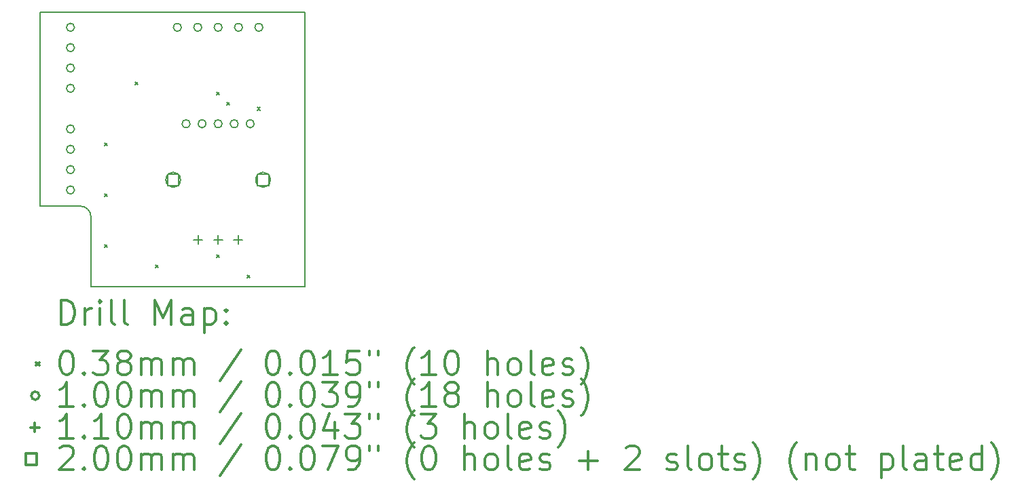
<source format=gbr>
%FSLAX45Y45*%
G04 Gerber Fmt 4.5, Leading zero omitted, Abs format (unit mm)*
G04 Created by KiCad (PCBNEW 4.0.7) date Sunday, December 31, 2017 'PMt' 04:59:53 PM*
%MOMM*%
%LPD*%
G01*
G04 APERTURE LIST*
%ADD10C,0.127000*%
%ADD11C,0.150000*%
%ADD12C,0.200000*%
%ADD13C,0.300000*%
G04 APERTURE END LIST*
D10*
D11*
X11620500Y-7886700D02*
G75*
G03X11493500Y-7759700I-127000J0D01*
G01*
X11620500Y-7886700D02*
X11620500Y-8763000D01*
X10985500Y-7759700D02*
X11493500Y-7759700D01*
X10985500Y-7759700D02*
X10985500Y-5334000D01*
X14287500Y-8763000D02*
X11620500Y-8763000D01*
X14287500Y-5334000D02*
X14287500Y-8763000D01*
X10985500Y-5334000D02*
X14287500Y-5334000D01*
D12*
X11791950Y-6965950D02*
X11830050Y-7004050D01*
X11830050Y-6965950D02*
X11791950Y-7004050D01*
X11791950Y-7600950D02*
X11830050Y-7639050D01*
X11830050Y-7600950D02*
X11791950Y-7639050D01*
X11791950Y-8235950D02*
X11830050Y-8274050D01*
X11830050Y-8235950D02*
X11791950Y-8274050D01*
X12172950Y-6203950D02*
X12211050Y-6242050D01*
X12211050Y-6203950D02*
X12172950Y-6242050D01*
X12426950Y-8489950D02*
X12465050Y-8528050D01*
X12465050Y-8489950D02*
X12426950Y-8528050D01*
X13188950Y-6330950D02*
X13227050Y-6369050D01*
X13227050Y-6330950D02*
X13188950Y-6369050D01*
X13188950Y-8362950D02*
X13227050Y-8401050D01*
X13227050Y-8362950D02*
X13188950Y-8401050D01*
X13315950Y-6457950D02*
X13354050Y-6496050D01*
X13354050Y-6457950D02*
X13315950Y-6496050D01*
X13569950Y-8616950D02*
X13608050Y-8655050D01*
X13608050Y-8616950D02*
X13569950Y-8655050D01*
X13696950Y-6521450D02*
X13735050Y-6559550D01*
X13735050Y-6521450D02*
X13696950Y-6559550D01*
X11416500Y-5524500D02*
G75*
G03X11416500Y-5524500I-50000J0D01*
G01*
X11416500Y-5778500D02*
G75*
G03X11416500Y-5778500I-50000J0D01*
G01*
X11416500Y-6032500D02*
G75*
G03X11416500Y-6032500I-50000J0D01*
G01*
X11416500Y-6286500D02*
G75*
G03X11416500Y-6286500I-50000J0D01*
G01*
X11416500Y-6794500D02*
G75*
G03X11416500Y-6794500I-50000J0D01*
G01*
X11416500Y-7048500D02*
G75*
G03X11416500Y-7048500I-50000J0D01*
G01*
X11416500Y-7302500D02*
G75*
G03X11416500Y-7302500I-50000J0D01*
G01*
X11416500Y-7556500D02*
G75*
G03X11416500Y-7556500I-50000J0D01*
G01*
X12750000Y-5524500D02*
G75*
G03X12750000Y-5524500I-50000J0D01*
G01*
X12858000Y-6729500D02*
G75*
G03X12858000Y-6729500I-50000J0D01*
G01*
X13004000Y-5524500D02*
G75*
G03X13004000Y-5524500I-50000J0D01*
G01*
X13058000Y-6729500D02*
G75*
G03X13058000Y-6729500I-50000J0D01*
G01*
X13258000Y-5524500D02*
G75*
G03X13258000Y-5524500I-50000J0D01*
G01*
X13258000Y-6729500D02*
G75*
G03X13258000Y-6729500I-50000J0D01*
G01*
X13458000Y-6729500D02*
G75*
G03X13458000Y-6729500I-50000J0D01*
G01*
X13512000Y-5524500D02*
G75*
G03X13512000Y-5524500I-50000J0D01*
G01*
X13658000Y-6729500D02*
G75*
G03X13658000Y-6729500I-50000J0D01*
G01*
X13766000Y-5524500D02*
G75*
G03X13766000Y-5524500I-50000J0D01*
G01*
X12958000Y-8124500D02*
X12958000Y-8234500D01*
X12903000Y-8179500D02*
X13013000Y-8179500D01*
X13208000Y-8124500D02*
X13208000Y-8234500D01*
X13153000Y-8179500D02*
X13263000Y-8179500D01*
X13458000Y-8124500D02*
X13458000Y-8234500D01*
X13403000Y-8179500D02*
X13513000Y-8179500D01*
X12718711Y-7500211D02*
X12718711Y-7358789D01*
X12577289Y-7358789D01*
X12577289Y-7500211D01*
X12718711Y-7500211D01*
X12558000Y-7424500D02*
X12558000Y-7434500D01*
X12738000Y-7424500D02*
X12738000Y-7434500D01*
X12558000Y-7434500D02*
G75*
G03X12738000Y-7434500I90000J0D01*
G01*
X12738000Y-7424500D02*
G75*
G03X12558000Y-7424500I-90000J0D01*
G01*
X13838711Y-7500211D02*
X13838711Y-7358789D01*
X13697289Y-7358789D01*
X13697289Y-7500211D01*
X13838711Y-7500211D01*
X13678000Y-7424500D02*
X13678000Y-7434500D01*
X13858000Y-7424500D02*
X13858000Y-7434500D01*
X13678000Y-7434500D02*
G75*
G03X13858000Y-7434500I90000J0D01*
G01*
X13858000Y-7424500D02*
G75*
G03X13678000Y-7424500I-90000J0D01*
G01*
D13*
X11249428Y-9236214D02*
X11249428Y-8936214D01*
X11320857Y-8936214D01*
X11363714Y-8950500D01*
X11392286Y-8979072D01*
X11406571Y-9007643D01*
X11420857Y-9064786D01*
X11420857Y-9107643D01*
X11406571Y-9164786D01*
X11392286Y-9193357D01*
X11363714Y-9221929D01*
X11320857Y-9236214D01*
X11249428Y-9236214D01*
X11549428Y-9236214D02*
X11549428Y-9036214D01*
X11549428Y-9093357D02*
X11563714Y-9064786D01*
X11578000Y-9050500D01*
X11606571Y-9036214D01*
X11635143Y-9036214D01*
X11735143Y-9236214D02*
X11735143Y-9036214D01*
X11735143Y-8936214D02*
X11720857Y-8950500D01*
X11735143Y-8964786D01*
X11749428Y-8950500D01*
X11735143Y-8936214D01*
X11735143Y-8964786D01*
X11920857Y-9236214D02*
X11892286Y-9221929D01*
X11878000Y-9193357D01*
X11878000Y-8936214D01*
X12078000Y-9236214D02*
X12049428Y-9221929D01*
X12035143Y-9193357D01*
X12035143Y-8936214D01*
X12420857Y-9236214D02*
X12420857Y-8936214D01*
X12520857Y-9150500D01*
X12620857Y-8936214D01*
X12620857Y-9236214D01*
X12892286Y-9236214D02*
X12892286Y-9079072D01*
X12878000Y-9050500D01*
X12849428Y-9036214D01*
X12792286Y-9036214D01*
X12763714Y-9050500D01*
X12892286Y-9221929D02*
X12863714Y-9236214D01*
X12792286Y-9236214D01*
X12763714Y-9221929D01*
X12749428Y-9193357D01*
X12749428Y-9164786D01*
X12763714Y-9136214D01*
X12792286Y-9121929D01*
X12863714Y-9121929D01*
X12892286Y-9107643D01*
X13035143Y-9036214D02*
X13035143Y-9336214D01*
X13035143Y-9050500D02*
X13063714Y-9036214D01*
X13120857Y-9036214D01*
X13149428Y-9050500D01*
X13163714Y-9064786D01*
X13178000Y-9093357D01*
X13178000Y-9179072D01*
X13163714Y-9207643D01*
X13149428Y-9221929D01*
X13120857Y-9236214D01*
X13063714Y-9236214D01*
X13035143Y-9221929D01*
X13306571Y-9207643D02*
X13320857Y-9221929D01*
X13306571Y-9236214D01*
X13292286Y-9221929D01*
X13306571Y-9207643D01*
X13306571Y-9236214D01*
X13306571Y-9050500D02*
X13320857Y-9064786D01*
X13306571Y-9079072D01*
X13292286Y-9064786D01*
X13306571Y-9050500D01*
X13306571Y-9079072D01*
X10939900Y-9711450D02*
X10978000Y-9749550D01*
X10978000Y-9711450D02*
X10939900Y-9749550D01*
X11306571Y-9566214D02*
X11335143Y-9566214D01*
X11363714Y-9580500D01*
X11378000Y-9594786D01*
X11392286Y-9623357D01*
X11406571Y-9680500D01*
X11406571Y-9751929D01*
X11392286Y-9809072D01*
X11378000Y-9837643D01*
X11363714Y-9851929D01*
X11335143Y-9866214D01*
X11306571Y-9866214D01*
X11278000Y-9851929D01*
X11263714Y-9837643D01*
X11249428Y-9809072D01*
X11235143Y-9751929D01*
X11235143Y-9680500D01*
X11249428Y-9623357D01*
X11263714Y-9594786D01*
X11278000Y-9580500D01*
X11306571Y-9566214D01*
X11535143Y-9837643D02*
X11549428Y-9851929D01*
X11535143Y-9866214D01*
X11520857Y-9851929D01*
X11535143Y-9837643D01*
X11535143Y-9866214D01*
X11649428Y-9566214D02*
X11835143Y-9566214D01*
X11735143Y-9680500D01*
X11778000Y-9680500D01*
X11806571Y-9694786D01*
X11820857Y-9709072D01*
X11835143Y-9737643D01*
X11835143Y-9809072D01*
X11820857Y-9837643D01*
X11806571Y-9851929D01*
X11778000Y-9866214D01*
X11692286Y-9866214D01*
X11663714Y-9851929D01*
X11649428Y-9837643D01*
X12006571Y-9694786D02*
X11978000Y-9680500D01*
X11963714Y-9666214D01*
X11949428Y-9637643D01*
X11949428Y-9623357D01*
X11963714Y-9594786D01*
X11978000Y-9580500D01*
X12006571Y-9566214D01*
X12063714Y-9566214D01*
X12092286Y-9580500D01*
X12106571Y-9594786D01*
X12120857Y-9623357D01*
X12120857Y-9637643D01*
X12106571Y-9666214D01*
X12092286Y-9680500D01*
X12063714Y-9694786D01*
X12006571Y-9694786D01*
X11978000Y-9709072D01*
X11963714Y-9723357D01*
X11949428Y-9751929D01*
X11949428Y-9809072D01*
X11963714Y-9837643D01*
X11978000Y-9851929D01*
X12006571Y-9866214D01*
X12063714Y-9866214D01*
X12092286Y-9851929D01*
X12106571Y-9837643D01*
X12120857Y-9809072D01*
X12120857Y-9751929D01*
X12106571Y-9723357D01*
X12092286Y-9709072D01*
X12063714Y-9694786D01*
X12249428Y-9866214D02*
X12249428Y-9666214D01*
X12249428Y-9694786D02*
X12263714Y-9680500D01*
X12292286Y-9666214D01*
X12335143Y-9666214D01*
X12363714Y-9680500D01*
X12378000Y-9709072D01*
X12378000Y-9866214D01*
X12378000Y-9709072D02*
X12392286Y-9680500D01*
X12420857Y-9666214D01*
X12463714Y-9666214D01*
X12492286Y-9680500D01*
X12506571Y-9709072D01*
X12506571Y-9866214D01*
X12649428Y-9866214D02*
X12649428Y-9666214D01*
X12649428Y-9694786D02*
X12663714Y-9680500D01*
X12692286Y-9666214D01*
X12735143Y-9666214D01*
X12763714Y-9680500D01*
X12778000Y-9709072D01*
X12778000Y-9866214D01*
X12778000Y-9709072D02*
X12792286Y-9680500D01*
X12820857Y-9666214D01*
X12863714Y-9666214D01*
X12892286Y-9680500D01*
X12906571Y-9709072D01*
X12906571Y-9866214D01*
X13492286Y-9551929D02*
X13235143Y-9937643D01*
X13878000Y-9566214D02*
X13906571Y-9566214D01*
X13935143Y-9580500D01*
X13949428Y-9594786D01*
X13963714Y-9623357D01*
X13978000Y-9680500D01*
X13978000Y-9751929D01*
X13963714Y-9809072D01*
X13949428Y-9837643D01*
X13935143Y-9851929D01*
X13906571Y-9866214D01*
X13878000Y-9866214D01*
X13849428Y-9851929D01*
X13835143Y-9837643D01*
X13820857Y-9809072D01*
X13806571Y-9751929D01*
X13806571Y-9680500D01*
X13820857Y-9623357D01*
X13835143Y-9594786D01*
X13849428Y-9580500D01*
X13878000Y-9566214D01*
X14106571Y-9837643D02*
X14120857Y-9851929D01*
X14106571Y-9866214D01*
X14092286Y-9851929D01*
X14106571Y-9837643D01*
X14106571Y-9866214D01*
X14306571Y-9566214D02*
X14335143Y-9566214D01*
X14363714Y-9580500D01*
X14378000Y-9594786D01*
X14392285Y-9623357D01*
X14406571Y-9680500D01*
X14406571Y-9751929D01*
X14392285Y-9809072D01*
X14378000Y-9837643D01*
X14363714Y-9851929D01*
X14335143Y-9866214D01*
X14306571Y-9866214D01*
X14278000Y-9851929D01*
X14263714Y-9837643D01*
X14249428Y-9809072D01*
X14235143Y-9751929D01*
X14235143Y-9680500D01*
X14249428Y-9623357D01*
X14263714Y-9594786D01*
X14278000Y-9580500D01*
X14306571Y-9566214D01*
X14692285Y-9866214D02*
X14520857Y-9866214D01*
X14606571Y-9866214D02*
X14606571Y-9566214D01*
X14578000Y-9609072D01*
X14549428Y-9637643D01*
X14520857Y-9651929D01*
X14963714Y-9566214D02*
X14820857Y-9566214D01*
X14806571Y-9709072D01*
X14820857Y-9694786D01*
X14849428Y-9680500D01*
X14920857Y-9680500D01*
X14949428Y-9694786D01*
X14963714Y-9709072D01*
X14978000Y-9737643D01*
X14978000Y-9809072D01*
X14963714Y-9837643D01*
X14949428Y-9851929D01*
X14920857Y-9866214D01*
X14849428Y-9866214D01*
X14820857Y-9851929D01*
X14806571Y-9837643D01*
X15092286Y-9566214D02*
X15092286Y-9623357D01*
X15206571Y-9566214D02*
X15206571Y-9623357D01*
X15649428Y-9980500D02*
X15635143Y-9966214D01*
X15606571Y-9923357D01*
X15592285Y-9894786D01*
X15578000Y-9851929D01*
X15563714Y-9780500D01*
X15563714Y-9723357D01*
X15578000Y-9651929D01*
X15592285Y-9609072D01*
X15606571Y-9580500D01*
X15635143Y-9537643D01*
X15649428Y-9523357D01*
X15920857Y-9866214D02*
X15749428Y-9866214D01*
X15835143Y-9866214D02*
X15835143Y-9566214D01*
X15806571Y-9609072D01*
X15778000Y-9637643D01*
X15749428Y-9651929D01*
X16106571Y-9566214D02*
X16135143Y-9566214D01*
X16163714Y-9580500D01*
X16178000Y-9594786D01*
X16192285Y-9623357D01*
X16206571Y-9680500D01*
X16206571Y-9751929D01*
X16192285Y-9809072D01*
X16178000Y-9837643D01*
X16163714Y-9851929D01*
X16135143Y-9866214D01*
X16106571Y-9866214D01*
X16078000Y-9851929D01*
X16063714Y-9837643D01*
X16049428Y-9809072D01*
X16035143Y-9751929D01*
X16035143Y-9680500D01*
X16049428Y-9623357D01*
X16063714Y-9594786D01*
X16078000Y-9580500D01*
X16106571Y-9566214D01*
X16563714Y-9866214D02*
X16563714Y-9566214D01*
X16692285Y-9866214D02*
X16692285Y-9709072D01*
X16678000Y-9680500D01*
X16649428Y-9666214D01*
X16606571Y-9666214D01*
X16578000Y-9680500D01*
X16563714Y-9694786D01*
X16878000Y-9866214D02*
X16849428Y-9851929D01*
X16835143Y-9837643D01*
X16820857Y-9809072D01*
X16820857Y-9723357D01*
X16835143Y-9694786D01*
X16849428Y-9680500D01*
X16878000Y-9666214D01*
X16920857Y-9666214D01*
X16949428Y-9680500D01*
X16963714Y-9694786D01*
X16978000Y-9723357D01*
X16978000Y-9809072D01*
X16963714Y-9837643D01*
X16949428Y-9851929D01*
X16920857Y-9866214D01*
X16878000Y-9866214D01*
X17149428Y-9866214D02*
X17120857Y-9851929D01*
X17106571Y-9823357D01*
X17106571Y-9566214D01*
X17378000Y-9851929D02*
X17349429Y-9866214D01*
X17292286Y-9866214D01*
X17263714Y-9851929D01*
X17249429Y-9823357D01*
X17249429Y-9709072D01*
X17263714Y-9680500D01*
X17292286Y-9666214D01*
X17349429Y-9666214D01*
X17378000Y-9680500D01*
X17392286Y-9709072D01*
X17392286Y-9737643D01*
X17249429Y-9766214D01*
X17506571Y-9851929D02*
X17535143Y-9866214D01*
X17592286Y-9866214D01*
X17620857Y-9851929D01*
X17635143Y-9823357D01*
X17635143Y-9809072D01*
X17620857Y-9780500D01*
X17592286Y-9766214D01*
X17549429Y-9766214D01*
X17520857Y-9751929D01*
X17506571Y-9723357D01*
X17506571Y-9709072D01*
X17520857Y-9680500D01*
X17549429Y-9666214D01*
X17592286Y-9666214D01*
X17620857Y-9680500D01*
X17735143Y-9980500D02*
X17749429Y-9966214D01*
X17778000Y-9923357D01*
X17792286Y-9894786D01*
X17806571Y-9851929D01*
X17820857Y-9780500D01*
X17820857Y-9723357D01*
X17806571Y-9651929D01*
X17792286Y-9609072D01*
X17778000Y-9580500D01*
X17749429Y-9537643D01*
X17735143Y-9523357D01*
X10978000Y-10126500D02*
G75*
G03X10978000Y-10126500I-50000J0D01*
G01*
X11406571Y-10262214D02*
X11235143Y-10262214D01*
X11320857Y-10262214D02*
X11320857Y-9962214D01*
X11292286Y-10005072D01*
X11263714Y-10033643D01*
X11235143Y-10047929D01*
X11535143Y-10233643D02*
X11549428Y-10247929D01*
X11535143Y-10262214D01*
X11520857Y-10247929D01*
X11535143Y-10233643D01*
X11535143Y-10262214D01*
X11735143Y-9962214D02*
X11763714Y-9962214D01*
X11792286Y-9976500D01*
X11806571Y-9990786D01*
X11820857Y-10019357D01*
X11835143Y-10076500D01*
X11835143Y-10147929D01*
X11820857Y-10205072D01*
X11806571Y-10233643D01*
X11792286Y-10247929D01*
X11763714Y-10262214D01*
X11735143Y-10262214D01*
X11706571Y-10247929D01*
X11692286Y-10233643D01*
X11678000Y-10205072D01*
X11663714Y-10147929D01*
X11663714Y-10076500D01*
X11678000Y-10019357D01*
X11692286Y-9990786D01*
X11706571Y-9976500D01*
X11735143Y-9962214D01*
X12020857Y-9962214D02*
X12049428Y-9962214D01*
X12078000Y-9976500D01*
X12092286Y-9990786D01*
X12106571Y-10019357D01*
X12120857Y-10076500D01*
X12120857Y-10147929D01*
X12106571Y-10205072D01*
X12092286Y-10233643D01*
X12078000Y-10247929D01*
X12049428Y-10262214D01*
X12020857Y-10262214D01*
X11992286Y-10247929D01*
X11978000Y-10233643D01*
X11963714Y-10205072D01*
X11949428Y-10147929D01*
X11949428Y-10076500D01*
X11963714Y-10019357D01*
X11978000Y-9990786D01*
X11992286Y-9976500D01*
X12020857Y-9962214D01*
X12249428Y-10262214D02*
X12249428Y-10062214D01*
X12249428Y-10090786D02*
X12263714Y-10076500D01*
X12292286Y-10062214D01*
X12335143Y-10062214D01*
X12363714Y-10076500D01*
X12378000Y-10105072D01*
X12378000Y-10262214D01*
X12378000Y-10105072D02*
X12392286Y-10076500D01*
X12420857Y-10062214D01*
X12463714Y-10062214D01*
X12492286Y-10076500D01*
X12506571Y-10105072D01*
X12506571Y-10262214D01*
X12649428Y-10262214D02*
X12649428Y-10062214D01*
X12649428Y-10090786D02*
X12663714Y-10076500D01*
X12692286Y-10062214D01*
X12735143Y-10062214D01*
X12763714Y-10076500D01*
X12778000Y-10105072D01*
X12778000Y-10262214D01*
X12778000Y-10105072D02*
X12792286Y-10076500D01*
X12820857Y-10062214D01*
X12863714Y-10062214D01*
X12892286Y-10076500D01*
X12906571Y-10105072D01*
X12906571Y-10262214D01*
X13492286Y-9947929D02*
X13235143Y-10333643D01*
X13878000Y-9962214D02*
X13906571Y-9962214D01*
X13935143Y-9976500D01*
X13949428Y-9990786D01*
X13963714Y-10019357D01*
X13978000Y-10076500D01*
X13978000Y-10147929D01*
X13963714Y-10205072D01*
X13949428Y-10233643D01*
X13935143Y-10247929D01*
X13906571Y-10262214D01*
X13878000Y-10262214D01*
X13849428Y-10247929D01*
X13835143Y-10233643D01*
X13820857Y-10205072D01*
X13806571Y-10147929D01*
X13806571Y-10076500D01*
X13820857Y-10019357D01*
X13835143Y-9990786D01*
X13849428Y-9976500D01*
X13878000Y-9962214D01*
X14106571Y-10233643D02*
X14120857Y-10247929D01*
X14106571Y-10262214D01*
X14092286Y-10247929D01*
X14106571Y-10233643D01*
X14106571Y-10262214D01*
X14306571Y-9962214D02*
X14335143Y-9962214D01*
X14363714Y-9976500D01*
X14378000Y-9990786D01*
X14392285Y-10019357D01*
X14406571Y-10076500D01*
X14406571Y-10147929D01*
X14392285Y-10205072D01*
X14378000Y-10233643D01*
X14363714Y-10247929D01*
X14335143Y-10262214D01*
X14306571Y-10262214D01*
X14278000Y-10247929D01*
X14263714Y-10233643D01*
X14249428Y-10205072D01*
X14235143Y-10147929D01*
X14235143Y-10076500D01*
X14249428Y-10019357D01*
X14263714Y-9990786D01*
X14278000Y-9976500D01*
X14306571Y-9962214D01*
X14506571Y-9962214D02*
X14692285Y-9962214D01*
X14592285Y-10076500D01*
X14635143Y-10076500D01*
X14663714Y-10090786D01*
X14678000Y-10105072D01*
X14692285Y-10133643D01*
X14692285Y-10205072D01*
X14678000Y-10233643D01*
X14663714Y-10247929D01*
X14635143Y-10262214D01*
X14549428Y-10262214D01*
X14520857Y-10247929D01*
X14506571Y-10233643D01*
X14835143Y-10262214D02*
X14892285Y-10262214D01*
X14920857Y-10247929D01*
X14935143Y-10233643D01*
X14963714Y-10190786D01*
X14978000Y-10133643D01*
X14978000Y-10019357D01*
X14963714Y-9990786D01*
X14949428Y-9976500D01*
X14920857Y-9962214D01*
X14863714Y-9962214D01*
X14835143Y-9976500D01*
X14820857Y-9990786D01*
X14806571Y-10019357D01*
X14806571Y-10090786D01*
X14820857Y-10119357D01*
X14835143Y-10133643D01*
X14863714Y-10147929D01*
X14920857Y-10147929D01*
X14949428Y-10133643D01*
X14963714Y-10119357D01*
X14978000Y-10090786D01*
X15092286Y-9962214D02*
X15092286Y-10019357D01*
X15206571Y-9962214D02*
X15206571Y-10019357D01*
X15649428Y-10376500D02*
X15635143Y-10362214D01*
X15606571Y-10319357D01*
X15592285Y-10290786D01*
X15578000Y-10247929D01*
X15563714Y-10176500D01*
X15563714Y-10119357D01*
X15578000Y-10047929D01*
X15592285Y-10005072D01*
X15606571Y-9976500D01*
X15635143Y-9933643D01*
X15649428Y-9919357D01*
X15920857Y-10262214D02*
X15749428Y-10262214D01*
X15835143Y-10262214D02*
X15835143Y-9962214D01*
X15806571Y-10005072D01*
X15778000Y-10033643D01*
X15749428Y-10047929D01*
X16092285Y-10090786D02*
X16063714Y-10076500D01*
X16049428Y-10062214D01*
X16035143Y-10033643D01*
X16035143Y-10019357D01*
X16049428Y-9990786D01*
X16063714Y-9976500D01*
X16092285Y-9962214D01*
X16149428Y-9962214D01*
X16178000Y-9976500D01*
X16192285Y-9990786D01*
X16206571Y-10019357D01*
X16206571Y-10033643D01*
X16192285Y-10062214D01*
X16178000Y-10076500D01*
X16149428Y-10090786D01*
X16092285Y-10090786D01*
X16063714Y-10105072D01*
X16049428Y-10119357D01*
X16035143Y-10147929D01*
X16035143Y-10205072D01*
X16049428Y-10233643D01*
X16063714Y-10247929D01*
X16092285Y-10262214D01*
X16149428Y-10262214D01*
X16178000Y-10247929D01*
X16192285Y-10233643D01*
X16206571Y-10205072D01*
X16206571Y-10147929D01*
X16192285Y-10119357D01*
X16178000Y-10105072D01*
X16149428Y-10090786D01*
X16563714Y-10262214D02*
X16563714Y-9962214D01*
X16692285Y-10262214D02*
X16692285Y-10105072D01*
X16678000Y-10076500D01*
X16649428Y-10062214D01*
X16606571Y-10062214D01*
X16578000Y-10076500D01*
X16563714Y-10090786D01*
X16878000Y-10262214D02*
X16849428Y-10247929D01*
X16835143Y-10233643D01*
X16820857Y-10205072D01*
X16820857Y-10119357D01*
X16835143Y-10090786D01*
X16849428Y-10076500D01*
X16878000Y-10062214D01*
X16920857Y-10062214D01*
X16949428Y-10076500D01*
X16963714Y-10090786D01*
X16978000Y-10119357D01*
X16978000Y-10205072D01*
X16963714Y-10233643D01*
X16949428Y-10247929D01*
X16920857Y-10262214D01*
X16878000Y-10262214D01*
X17149428Y-10262214D02*
X17120857Y-10247929D01*
X17106571Y-10219357D01*
X17106571Y-9962214D01*
X17378000Y-10247929D02*
X17349429Y-10262214D01*
X17292286Y-10262214D01*
X17263714Y-10247929D01*
X17249429Y-10219357D01*
X17249429Y-10105072D01*
X17263714Y-10076500D01*
X17292286Y-10062214D01*
X17349429Y-10062214D01*
X17378000Y-10076500D01*
X17392286Y-10105072D01*
X17392286Y-10133643D01*
X17249429Y-10162214D01*
X17506571Y-10247929D02*
X17535143Y-10262214D01*
X17592286Y-10262214D01*
X17620857Y-10247929D01*
X17635143Y-10219357D01*
X17635143Y-10205072D01*
X17620857Y-10176500D01*
X17592286Y-10162214D01*
X17549429Y-10162214D01*
X17520857Y-10147929D01*
X17506571Y-10119357D01*
X17506571Y-10105072D01*
X17520857Y-10076500D01*
X17549429Y-10062214D01*
X17592286Y-10062214D01*
X17620857Y-10076500D01*
X17735143Y-10376500D02*
X17749429Y-10362214D01*
X17778000Y-10319357D01*
X17792286Y-10290786D01*
X17806571Y-10247929D01*
X17820857Y-10176500D01*
X17820857Y-10119357D01*
X17806571Y-10047929D01*
X17792286Y-10005072D01*
X17778000Y-9976500D01*
X17749429Y-9933643D01*
X17735143Y-9919357D01*
X10923000Y-10467500D02*
X10923000Y-10577500D01*
X10868000Y-10522500D02*
X10978000Y-10522500D01*
X11406571Y-10658214D02*
X11235143Y-10658214D01*
X11320857Y-10658214D02*
X11320857Y-10358214D01*
X11292286Y-10401072D01*
X11263714Y-10429643D01*
X11235143Y-10443929D01*
X11535143Y-10629643D02*
X11549428Y-10643929D01*
X11535143Y-10658214D01*
X11520857Y-10643929D01*
X11535143Y-10629643D01*
X11535143Y-10658214D01*
X11835143Y-10658214D02*
X11663714Y-10658214D01*
X11749428Y-10658214D02*
X11749428Y-10358214D01*
X11720857Y-10401072D01*
X11692286Y-10429643D01*
X11663714Y-10443929D01*
X12020857Y-10358214D02*
X12049428Y-10358214D01*
X12078000Y-10372500D01*
X12092286Y-10386786D01*
X12106571Y-10415357D01*
X12120857Y-10472500D01*
X12120857Y-10543929D01*
X12106571Y-10601072D01*
X12092286Y-10629643D01*
X12078000Y-10643929D01*
X12049428Y-10658214D01*
X12020857Y-10658214D01*
X11992286Y-10643929D01*
X11978000Y-10629643D01*
X11963714Y-10601072D01*
X11949428Y-10543929D01*
X11949428Y-10472500D01*
X11963714Y-10415357D01*
X11978000Y-10386786D01*
X11992286Y-10372500D01*
X12020857Y-10358214D01*
X12249428Y-10658214D02*
X12249428Y-10458214D01*
X12249428Y-10486786D02*
X12263714Y-10472500D01*
X12292286Y-10458214D01*
X12335143Y-10458214D01*
X12363714Y-10472500D01*
X12378000Y-10501072D01*
X12378000Y-10658214D01*
X12378000Y-10501072D02*
X12392286Y-10472500D01*
X12420857Y-10458214D01*
X12463714Y-10458214D01*
X12492286Y-10472500D01*
X12506571Y-10501072D01*
X12506571Y-10658214D01*
X12649428Y-10658214D02*
X12649428Y-10458214D01*
X12649428Y-10486786D02*
X12663714Y-10472500D01*
X12692286Y-10458214D01*
X12735143Y-10458214D01*
X12763714Y-10472500D01*
X12778000Y-10501072D01*
X12778000Y-10658214D01*
X12778000Y-10501072D02*
X12792286Y-10472500D01*
X12820857Y-10458214D01*
X12863714Y-10458214D01*
X12892286Y-10472500D01*
X12906571Y-10501072D01*
X12906571Y-10658214D01*
X13492286Y-10343929D02*
X13235143Y-10729643D01*
X13878000Y-10358214D02*
X13906571Y-10358214D01*
X13935143Y-10372500D01*
X13949428Y-10386786D01*
X13963714Y-10415357D01*
X13978000Y-10472500D01*
X13978000Y-10543929D01*
X13963714Y-10601072D01*
X13949428Y-10629643D01*
X13935143Y-10643929D01*
X13906571Y-10658214D01*
X13878000Y-10658214D01*
X13849428Y-10643929D01*
X13835143Y-10629643D01*
X13820857Y-10601072D01*
X13806571Y-10543929D01*
X13806571Y-10472500D01*
X13820857Y-10415357D01*
X13835143Y-10386786D01*
X13849428Y-10372500D01*
X13878000Y-10358214D01*
X14106571Y-10629643D02*
X14120857Y-10643929D01*
X14106571Y-10658214D01*
X14092286Y-10643929D01*
X14106571Y-10629643D01*
X14106571Y-10658214D01*
X14306571Y-10358214D02*
X14335143Y-10358214D01*
X14363714Y-10372500D01*
X14378000Y-10386786D01*
X14392285Y-10415357D01*
X14406571Y-10472500D01*
X14406571Y-10543929D01*
X14392285Y-10601072D01*
X14378000Y-10629643D01*
X14363714Y-10643929D01*
X14335143Y-10658214D01*
X14306571Y-10658214D01*
X14278000Y-10643929D01*
X14263714Y-10629643D01*
X14249428Y-10601072D01*
X14235143Y-10543929D01*
X14235143Y-10472500D01*
X14249428Y-10415357D01*
X14263714Y-10386786D01*
X14278000Y-10372500D01*
X14306571Y-10358214D01*
X14663714Y-10458214D02*
X14663714Y-10658214D01*
X14592285Y-10343929D02*
X14520857Y-10558214D01*
X14706571Y-10558214D01*
X14792285Y-10358214D02*
X14978000Y-10358214D01*
X14878000Y-10472500D01*
X14920857Y-10472500D01*
X14949428Y-10486786D01*
X14963714Y-10501072D01*
X14978000Y-10529643D01*
X14978000Y-10601072D01*
X14963714Y-10629643D01*
X14949428Y-10643929D01*
X14920857Y-10658214D01*
X14835143Y-10658214D01*
X14806571Y-10643929D01*
X14792285Y-10629643D01*
X15092286Y-10358214D02*
X15092286Y-10415357D01*
X15206571Y-10358214D02*
X15206571Y-10415357D01*
X15649428Y-10772500D02*
X15635143Y-10758214D01*
X15606571Y-10715357D01*
X15592285Y-10686786D01*
X15578000Y-10643929D01*
X15563714Y-10572500D01*
X15563714Y-10515357D01*
X15578000Y-10443929D01*
X15592285Y-10401072D01*
X15606571Y-10372500D01*
X15635143Y-10329643D01*
X15649428Y-10315357D01*
X15735143Y-10358214D02*
X15920857Y-10358214D01*
X15820857Y-10472500D01*
X15863714Y-10472500D01*
X15892285Y-10486786D01*
X15906571Y-10501072D01*
X15920857Y-10529643D01*
X15920857Y-10601072D01*
X15906571Y-10629643D01*
X15892285Y-10643929D01*
X15863714Y-10658214D01*
X15778000Y-10658214D01*
X15749428Y-10643929D01*
X15735143Y-10629643D01*
X16278000Y-10658214D02*
X16278000Y-10358214D01*
X16406571Y-10658214D02*
X16406571Y-10501072D01*
X16392285Y-10472500D01*
X16363714Y-10458214D01*
X16320857Y-10458214D01*
X16292285Y-10472500D01*
X16278000Y-10486786D01*
X16592285Y-10658214D02*
X16563714Y-10643929D01*
X16549428Y-10629643D01*
X16535143Y-10601072D01*
X16535143Y-10515357D01*
X16549428Y-10486786D01*
X16563714Y-10472500D01*
X16592285Y-10458214D01*
X16635143Y-10458214D01*
X16663714Y-10472500D01*
X16678000Y-10486786D01*
X16692285Y-10515357D01*
X16692285Y-10601072D01*
X16678000Y-10629643D01*
X16663714Y-10643929D01*
X16635143Y-10658214D01*
X16592285Y-10658214D01*
X16863714Y-10658214D02*
X16835143Y-10643929D01*
X16820857Y-10615357D01*
X16820857Y-10358214D01*
X17092286Y-10643929D02*
X17063714Y-10658214D01*
X17006571Y-10658214D01*
X16978000Y-10643929D01*
X16963714Y-10615357D01*
X16963714Y-10501072D01*
X16978000Y-10472500D01*
X17006571Y-10458214D01*
X17063714Y-10458214D01*
X17092286Y-10472500D01*
X17106571Y-10501072D01*
X17106571Y-10529643D01*
X16963714Y-10558214D01*
X17220857Y-10643929D02*
X17249429Y-10658214D01*
X17306571Y-10658214D01*
X17335143Y-10643929D01*
X17349429Y-10615357D01*
X17349429Y-10601072D01*
X17335143Y-10572500D01*
X17306571Y-10558214D01*
X17263714Y-10558214D01*
X17235143Y-10543929D01*
X17220857Y-10515357D01*
X17220857Y-10501072D01*
X17235143Y-10472500D01*
X17263714Y-10458214D01*
X17306571Y-10458214D01*
X17335143Y-10472500D01*
X17449428Y-10772500D02*
X17463714Y-10758214D01*
X17492286Y-10715357D01*
X17506571Y-10686786D01*
X17520857Y-10643929D01*
X17535143Y-10572500D01*
X17535143Y-10515357D01*
X17520857Y-10443929D01*
X17506571Y-10401072D01*
X17492286Y-10372500D01*
X17463714Y-10329643D01*
X17449428Y-10315357D01*
X10948711Y-10989212D02*
X10948711Y-10847789D01*
X10807289Y-10847789D01*
X10807289Y-10989212D01*
X10948711Y-10989212D01*
X11235143Y-10782786D02*
X11249428Y-10768500D01*
X11278000Y-10754214D01*
X11349428Y-10754214D01*
X11378000Y-10768500D01*
X11392286Y-10782786D01*
X11406571Y-10811357D01*
X11406571Y-10839929D01*
X11392286Y-10882786D01*
X11220857Y-11054214D01*
X11406571Y-11054214D01*
X11535143Y-11025643D02*
X11549428Y-11039929D01*
X11535143Y-11054214D01*
X11520857Y-11039929D01*
X11535143Y-11025643D01*
X11535143Y-11054214D01*
X11735143Y-10754214D02*
X11763714Y-10754214D01*
X11792286Y-10768500D01*
X11806571Y-10782786D01*
X11820857Y-10811357D01*
X11835143Y-10868500D01*
X11835143Y-10939929D01*
X11820857Y-10997072D01*
X11806571Y-11025643D01*
X11792286Y-11039929D01*
X11763714Y-11054214D01*
X11735143Y-11054214D01*
X11706571Y-11039929D01*
X11692286Y-11025643D01*
X11678000Y-10997072D01*
X11663714Y-10939929D01*
X11663714Y-10868500D01*
X11678000Y-10811357D01*
X11692286Y-10782786D01*
X11706571Y-10768500D01*
X11735143Y-10754214D01*
X12020857Y-10754214D02*
X12049428Y-10754214D01*
X12078000Y-10768500D01*
X12092286Y-10782786D01*
X12106571Y-10811357D01*
X12120857Y-10868500D01*
X12120857Y-10939929D01*
X12106571Y-10997072D01*
X12092286Y-11025643D01*
X12078000Y-11039929D01*
X12049428Y-11054214D01*
X12020857Y-11054214D01*
X11992286Y-11039929D01*
X11978000Y-11025643D01*
X11963714Y-10997072D01*
X11949428Y-10939929D01*
X11949428Y-10868500D01*
X11963714Y-10811357D01*
X11978000Y-10782786D01*
X11992286Y-10768500D01*
X12020857Y-10754214D01*
X12249428Y-11054214D02*
X12249428Y-10854214D01*
X12249428Y-10882786D02*
X12263714Y-10868500D01*
X12292286Y-10854214D01*
X12335143Y-10854214D01*
X12363714Y-10868500D01*
X12378000Y-10897072D01*
X12378000Y-11054214D01*
X12378000Y-10897072D02*
X12392286Y-10868500D01*
X12420857Y-10854214D01*
X12463714Y-10854214D01*
X12492286Y-10868500D01*
X12506571Y-10897072D01*
X12506571Y-11054214D01*
X12649428Y-11054214D02*
X12649428Y-10854214D01*
X12649428Y-10882786D02*
X12663714Y-10868500D01*
X12692286Y-10854214D01*
X12735143Y-10854214D01*
X12763714Y-10868500D01*
X12778000Y-10897072D01*
X12778000Y-11054214D01*
X12778000Y-10897072D02*
X12792286Y-10868500D01*
X12820857Y-10854214D01*
X12863714Y-10854214D01*
X12892286Y-10868500D01*
X12906571Y-10897072D01*
X12906571Y-11054214D01*
X13492286Y-10739929D02*
X13235143Y-11125643D01*
X13878000Y-10754214D02*
X13906571Y-10754214D01*
X13935143Y-10768500D01*
X13949428Y-10782786D01*
X13963714Y-10811357D01*
X13978000Y-10868500D01*
X13978000Y-10939929D01*
X13963714Y-10997072D01*
X13949428Y-11025643D01*
X13935143Y-11039929D01*
X13906571Y-11054214D01*
X13878000Y-11054214D01*
X13849428Y-11039929D01*
X13835143Y-11025643D01*
X13820857Y-10997072D01*
X13806571Y-10939929D01*
X13806571Y-10868500D01*
X13820857Y-10811357D01*
X13835143Y-10782786D01*
X13849428Y-10768500D01*
X13878000Y-10754214D01*
X14106571Y-11025643D02*
X14120857Y-11039929D01*
X14106571Y-11054214D01*
X14092286Y-11039929D01*
X14106571Y-11025643D01*
X14106571Y-11054214D01*
X14306571Y-10754214D02*
X14335143Y-10754214D01*
X14363714Y-10768500D01*
X14378000Y-10782786D01*
X14392285Y-10811357D01*
X14406571Y-10868500D01*
X14406571Y-10939929D01*
X14392285Y-10997072D01*
X14378000Y-11025643D01*
X14363714Y-11039929D01*
X14335143Y-11054214D01*
X14306571Y-11054214D01*
X14278000Y-11039929D01*
X14263714Y-11025643D01*
X14249428Y-10997072D01*
X14235143Y-10939929D01*
X14235143Y-10868500D01*
X14249428Y-10811357D01*
X14263714Y-10782786D01*
X14278000Y-10768500D01*
X14306571Y-10754214D01*
X14506571Y-10754214D02*
X14706571Y-10754214D01*
X14578000Y-11054214D01*
X14835143Y-11054214D02*
X14892285Y-11054214D01*
X14920857Y-11039929D01*
X14935143Y-11025643D01*
X14963714Y-10982786D01*
X14978000Y-10925643D01*
X14978000Y-10811357D01*
X14963714Y-10782786D01*
X14949428Y-10768500D01*
X14920857Y-10754214D01*
X14863714Y-10754214D01*
X14835143Y-10768500D01*
X14820857Y-10782786D01*
X14806571Y-10811357D01*
X14806571Y-10882786D01*
X14820857Y-10911357D01*
X14835143Y-10925643D01*
X14863714Y-10939929D01*
X14920857Y-10939929D01*
X14949428Y-10925643D01*
X14963714Y-10911357D01*
X14978000Y-10882786D01*
X15092286Y-10754214D02*
X15092286Y-10811357D01*
X15206571Y-10754214D02*
X15206571Y-10811357D01*
X15649428Y-11168500D02*
X15635143Y-11154214D01*
X15606571Y-11111357D01*
X15592285Y-11082786D01*
X15578000Y-11039929D01*
X15563714Y-10968500D01*
X15563714Y-10911357D01*
X15578000Y-10839929D01*
X15592285Y-10797072D01*
X15606571Y-10768500D01*
X15635143Y-10725643D01*
X15649428Y-10711357D01*
X15820857Y-10754214D02*
X15849428Y-10754214D01*
X15878000Y-10768500D01*
X15892285Y-10782786D01*
X15906571Y-10811357D01*
X15920857Y-10868500D01*
X15920857Y-10939929D01*
X15906571Y-10997072D01*
X15892285Y-11025643D01*
X15878000Y-11039929D01*
X15849428Y-11054214D01*
X15820857Y-11054214D01*
X15792285Y-11039929D01*
X15778000Y-11025643D01*
X15763714Y-10997072D01*
X15749428Y-10939929D01*
X15749428Y-10868500D01*
X15763714Y-10811357D01*
X15778000Y-10782786D01*
X15792285Y-10768500D01*
X15820857Y-10754214D01*
X16278000Y-11054214D02*
X16278000Y-10754214D01*
X16406571Y-11054214D02*
X16406571Y-10897072D01*
X16392285Y-10868500D01*
X16363714Y-10854214D01*
X16320857Y-10854214D01*
X16292285Y-10868500D01*
X16278000Y-10882786D01*
X16592285Y-11054214D02*
X16563714Y-11039929D01*
X16549428Y-11025643D01*
X16535143Y-10997072D01*
X16535143Y-10911357D01*
X16549428Y-10882786D01*
X16563714Y-10868500D01*
X16592285Y-10854214D01*
X16635143Y-10854214D01*
X16663714Y-10868500D01*
X16678000Y-10882786D01*
X16692285Y-10911357D01*
X16692285Y-10997072D01*
X16678000Y-11025643D01*
X16663714Y-11039929D01*
X16635143Y-11054214D01*
X16592285Y-11054214D01*
X16863714Y-11054214D02*
X16835143Y-11039929D01*
X16820857Y-11011357D01*
X16820857Y-10754214D01*
X17092286Y-11039929D02*
X17063714Y-11054214D01*
X17006571Y-11054214D01*
X16978000Y-11039929D01*
X16963714Y-11011357D01*
X16963714Y-10897072D01*
X16978000Y-10868500D01*
X17006571Y-10854214D01*
X17063714Y-10854214D01*
X17092286Y-10868500D01*
X17106571Y-10897072D01*
X17106571Y-10925643D01*
X16963714Y-10954214D01*
X17220857Y-11039929D02*
X17249429Y-11054214D01*
X17306571Y-11054214D01*
X17335143Y-11039929D01*
X17349429Y-11011357D01*
X17349429Y-10997072D01*
X17335143Y-10968500D01*
X17306571Y-10954214D01*
X17263714Y-10954214D01*
X17235143Y-10939929D01*
X17220857Y-10911357D01*
X17220857Y-10897072D01*
X17235143Y-10868500D01*
X17263714Y-10854214D01*
X17306571Y-10854214D01*
X17335143Y-10868500D01*
X17706571Y-10939929D02*
X17935143Y-10939929D01*
X17820857Y-11054214D02*
X17820857Y-10825643D01*
X18292286Y-10782786D02*
X18306571Y-10768500D01*
X18335143Y-10754214D01*
X18406571Y-10754214D01*
X18435143Y-10768500D01*
X18449428Y-10782786D01*
X18463714Y-10811357D01*
X18463714Y-10839929D01*
X18449428Y-10882786D01*
X18278000Y-11054214D01*
X18463714Y-11054214D01*
X18806571Y-11039929D02*
X18835143Y-11054214D01*
X18892286Y-11054214D01*
X18920857Y-11039929D01*
X18935143Y-11011357D01*
X18935143Y-10997072D01*
X18920857Y-10968500D01*
X18892286Y-10954214D01*
X18849428Y-10954214D01*
X18820857Y-10939929D01*
X18806571Y-10911357D01*
X18806571Y-10897072D01*
X18820857Y-10868500D01*
X18849428Y-10854214D01*
X18892286Y-10854214D01*
X18920857Y-10868500D01*
X19106571Y-11054214D02*
X19078000Y-11039929D01*
X19063714Y-11011357D01*
X19063714Y-10754214D01*
X19263714Y-11054214D02*
X19235143Y-11039929D01*
X19220857Y-11025643D01*
X19206571Y-10997072D01*
X19206571Y-10911357D01*
X19220857Y-10882786D01*
X19235143Y-10868500D01*
X19263714Y-10854214D01*
X19306571Y-10854214D01*
X19335143Y-10868500D01*
X19349428Y-10882786D01*
X19363714Y-10911357D01*
X19363714Y-10997072D01*
X19349428Y-11025643D01*
X19335143Y-11039929D01*
X19306571Y-11054214D01*
X19263714Y-11054214D01*
X19449428Y-10854214D02*
X19563714Y-10854214D01*
X19492286Y-10754214D02*
X19492286Y-11011357D01*
X19506571Y-11039929D01*
X19535143Y-11054214D01*
X19563714Y-11054214D01*
X19649429Y-11039929D02*
X19678000Y-11054214D01*
X19735143Y-11054214D01*
X19763714Y-11039929D01*
X19778000Y-11011357D01*
X19778000Y-10997072D01*
X19763714Y-10968500D01*
X19735143Y-10954214D01*
X19692286Y-10954214D01*
X19663714Y-10939929D01*
X19649429Y-10911357D01*
X19649429Y-10897072D01*
X19663714Y-10868500D01*
X19692286Y-10854214D01*
X19735143Y-10854214D01*
X19763714Y-10868500D01*
X19878000Y-11168500D02*
X19892286Y-11154214D01*
X19920857Y-11111357D01*
X19935143Y-11082786D01*
X19949428Y-11039929D01*
X19963714Y-10968500D01*
X19963714Y-10911357D01*
X19949428Y-10839929D01*
X19935143Y-10797072D01*
X19920857Y-10768500D01*
X19892286Y-10725643D01*
X19878000Y-10711357D01*
X20420857Y-11168500D02*
X20406571Y-11154214D01*
X20378000Y-11111357D01*
X20363714Y-11082786D01*
X20349428Y-11039929D01*
X20335143Y-10968500D01*
X20335143Y-10911357D01*
X20349428Y-10839929D01*
X20363714Y-10797072D01*
X20378000Y-10768500D01*
X20406571Y-10725643D01*
X20420857Y-10711357D01*
X20535143Y-10854214D02*
X20535143Y-11054214D01*
X20535143Y-10882786D02*
X20549428Y-10868500D01*
X20578000Y-10854214D01*
X20620857Y-10854214D01*
X20649428Y-10868500D01*
X20663714Y-10897072D01*
X20663714Y-11054214D01*
X20849428Y-11054214D02*
X20820857Y-11039929D01*
X20806571Y-11025643D01*
X20792286Y-10997072D01*
X20792286Y-10911357D01*
X20806571Y-10882786D01*
X20820857Y-10868500D01*
X20849428Y-10854214D01*
X20892286Y-10854214D01*
X20920857Y-10868500D01*
X20935143Y-10882786D01*
X20949428Y-10911357D01*
X20949428Y-10997072D01*
X20935143Y-11025643D01*
X20920857Y-11039929D01*
X20892286Y-11054214D01*
X20849428Y-11054214D01*
X21035143Y-10854214D02*
X21149428Y-10854214D01*
X21078000Y-10754214D02*
X21078000Y-11011357D01*
X21092286Y-11039929D01*
X21120857Y-11054214D01*
X21149428Y-11054214D01*
X21478000Y-10854214D02*
X21478000Y-11154214D01*
X21478000Y-10868500D02*
X21506571Y-10854214D01*
X21563714Y-10854214D01*
X21592286Y-10868500D01*
X21606571Y-10882786D01*
X21620857Y-10911357D01*
X21620857Y-10997072D01*
X21606571Y-11025643D01*
X21592286Y-11039929D01*
X21563714Y-11054214D01*
X21506571Y-11054214D01*
X21478000Y-11039929D01*
X21792286Y-11054214D02*
X21763714Y-11039929D01*
X21749429Y-11011357D01*
X21749429Y-10754214D01*
X22035143Y-11054214D02*
X22035143Y-10897072D01*
X22020857Y-10868500D01*
X21992286Y-10854214D01*
X21935143Y-10854214D01*
X21906571Y-10868500D01*
X22035143Y-11039929D02*
X22006571Y-11054214D01*
X21935143Y-11054214D01*
X21906571Y-11039929D01*
X21892286Y-11011357D01*
X21892286Y-10982786D01*
X21906571Y-10954214D01*
X21935143Y-10939929D01*
X22006571Y-10939929D01*
X22035143Y-10925643D01*
X22135143Y-10854214D02*
X22249429Y-10854214D01*
X22178000Y-10754214D02*
X22178000Y-11011357D01*
X22192286Y-11039929D01*
X22220857Y-11054214D01*
X22249429Y-11054214D01*
X22463714Y-11039929D02*
X22435143Y-11054214D01*
X22378000Y-11054214D01*
X22349429Y-11039929D01*
X22335143Y-11011357D01*
X22335143Y-10897072D01*
X22349429Y-10868500D01*
X22378000Y-10854214D01*
X22435143Y-10854214D01*
X22463714Y-10868500D01*
X22478000Y-10897072D01*
X22478000Y-10925643D01*
X22335143Y-10954214D01*
X22735143Y-11054214D02*
X22735143Y-10754214D01*
X22735143Y-11039929D02*
X22706571Y-11054214D01*
X22649429Y-11054214D01*
X22620857Y-11039929D01*
X22606571Y-11025643D01*
X22592286Y-10997072D01*
X22592286Y-10911357D01*
X22606571Y-10882786D01*
X22620857Y-10868500D01*
X22649429Y-10854214D01*
X22706571Y-10854214D01*
X22735143Y-10868500D01*
X22849429Y-11168500D02*
X22863714Y-11154214D01*
X22892286Y-11111357D01*
X22906571Y-11082786D01*
X22920857Y-11039929D01*
X22935143Y-10968500D01*
X22935143Y-10911357D01*
X22920857Y-10839929D01*
X22906571Y-10797072D01*
X22892286Y-10768500D01*
X22863714Y-10725643D01*
X22849429Y-10711357D01*
M02*

</source>
